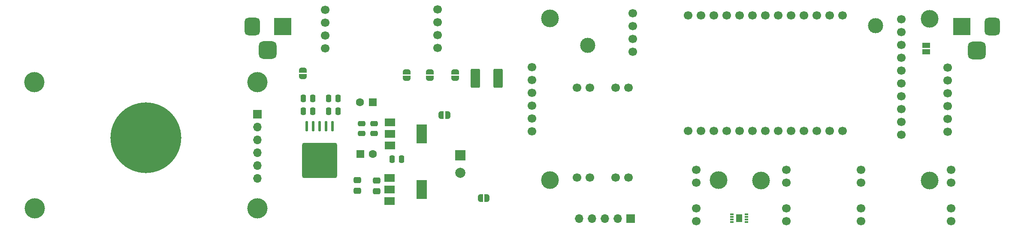
<source format=gbr>
%TF.GenerationSoftware,KiCad,Pcbnew,7.0.8-7.0.8~ubuntu20.04.1*%
%TF.CreationDate,2023-10-29T15:28:37+01:00*%
%TF.ProjectId,Hardware_2,48617264-7761-4726-955f-322e6b696361,rev?*%
%TF.SameCoordinates,Original*%
%TF.FileFunction,Soldermask,Bot*%
%TF.FilePolarity,Negative*%
%FSLAX46Y46*%
G04 Gerber Fmt 4.6, Leading zero omitted, Abs format (unit mm)*
G04 Created by KiCad (PCBNEW 7.0.8-7.0.8~ubuntu20.04.1) date 2023-10-29 15:28:37*
%MOMM*%
%LPD*%
G01*
G04 APERTURE LIST*
G04 Aperture macros list*
%AMRoundRect*
0 Rectangle with rounded corners*
0 $1 Rounding radius*
0 $2 $3 $4 $5 $6 $7 $8 $9 X,Y pos of 4 corners*
0 Add a 4 corners polygon primitive as box body*
4,1,4,$2,$3,$4,$5,$6,$7,$8,$9,$2,$3,0*
0 Add four circle primitives for the rounded corners*
1,1,$1+$1,$2,$3*
1,1,$1+$1,$4,$5*
1,1,$1+$1,$6,$7*
1,1,$1+$1,$8,$9*
0 Add four rect primitives between the rounded corners*
20,1,$1+$1,$2,$3,$4,$5,0*
20,1,$1+$1,$4,$5,$6,$7,0*
20,1,$1+$1,$6,$7,$8,$9,0*
20,1,$1+$1,$8,$9,$2,$3,0*%
%AMFreePoly0*
4,1,19,0.500000,-0.750000,0.000000,-0.750000,0.000000,-0.744911,-0.071157,-0.744911,-0.207708,-0.704816,-0.327430,-0.627875,-0.420627,-0.520320,-0.479746,-0.390866,-0.500000,-0.250000,-0.500000,0.250000,-0.479746,0.390866,-0.420627,0.520320,-0.327430,0.627875,-0.207708,0.704816,-0.071157,0.744911,0.000000,0.744911,0.000000,0.750000,0.500000,0.750000,0.500000,-0.750000,0.500000,-0.750000,
$1*%
%AMFreePoly1*
4,1,19,0.000000,0.744911,0.071157,0.744911,0.207708,0.704816,0.327430,0.627875,0.420627,0.520320,0.479746,0.390866,0.500000,0.250000,0.500000,-0.250000,0.479746,-0.390866,0.420627,-0.520320,0.327430,-0.627875,0.207708,-0.704816,0.071157,-0.744911,0.000000,-0.744911,0.000000,-0.750000,-0.500000,-0.750000,-0.500000,0.750000,0.000000,0.750000,0.000000,0.744911,0.000000,0.744911,
$1*%
G04 Aperture macros list end*
%ADD10R,0.750000X0.300000*%
%ADD11R,1.300000X1.500000*%
%ADD12C,3.500000*%
%ADD13C,1.700000*%
%ADD14C,3.000000*%
%ADD15RoundRect,0.250000X-0.475000X0.337500X-0.475000X-0.337500X0.475000X-0.337500X0.475000X0.337500X0*%
%ADD16C,4.000000*%
%ADD17C,14.000000*%
%ADD18RoundRect,0.875000X-0.875000X-0.875000X0.875000X-0.875000X0.875000X0.875000X-0.875000X0.875000X0*%
%ADD19RoundRect,0.750000X-0.750000X-1.000000X0.750000X-1.000000X0.750000X1.000000X-0.750000X1.000000X0*%
%ADD20R,3.500000X3.500000*%
%ADD21R,1.700000X1.700000*%
%ADD22O,1.700000X1.700000*%
%ADD23RoundRect,0.250000X-0.475000X0.250000X-0.475000X-0.250000X0.475000X-0.250000X0.475000X0.250000X0*%
%ADD24FreePoly0,270.000000*%
%ADD25FreePoly1,270.000000*%
%ADD26RoundRect,0.750000X0.750000X1.000000X-0.750000X1.000000X-0.750000X-1.000000X0.750000X-1.000000X0*%
%ADD27RoundRect,0.875000X0.875000X0.875000X-0.875000X0.875000X-0.875000X-0.875000X0.875000X-0.875000X0*%
%ADD28RoundRect,0.250000X0.250000X0.475000X-0.250000X0.475000X-0.250000X-0.475000X0.250000X-0.475000X0*%
%ADD29R,1.600000X1.600000*%
%ADD30C,1.600000*%
%ADD31RoundRect,0.250000X-0.675000X-1.625000X0.675000X-1.625000X0.675000X1.625000X-0.675000X1.625000X0*%
%ADD32RoundRect,0.125000X0.125000X0.875000X-0.125000X0.875000X-0.125000X-0.875000X0.125000X-0.875000X0*%
%ADD33RoundRect,0.500000X3.000000X3.000000X-3.000000X3.000000X-3.000000X-3.000000X3.000000X-3.000000X0*%
%ADD34R,2.000000X2.000000*%
%ADD35C,2.000000*%
%ADD36R,2.000000X1.500000*%
%ADD37R,2.000000X3.800000*%
%ADD38RoundRect,0.250000X-0.250000X-0.475000X0.250000X-0.475000X0.250000X0.475000X-0.250000X0.475000X0*%
%ADD39R,1.500000X1.000000*%
%ADD40FreePoly0,0.000000*%
%ADD41FreePoly1,0.000000*%
G04 APERTURE END LIST*
D10*
%TO.C,U14*%
X165525000Y-63175000D03*
X165525000Y-63675000D03*
X165525000Y-64175000D03*
X165525000Y-64675000D03*
X162625000Y-64675000D03*
X162625000Y-64175000D03*
X162625000Y-63675000D03*
X162625000Y-63175000D03*
D11*
X164075000Y-63925000D03*
%TD*%
D12*
%TO.C,AFE2*%
X160030000Y-56452000D03*
X126756000Y-56452000D03*
X126756000Y-24448000D03*
D13*
X123200000Y-46800000D03*
X123200000Y-44260000D03*
X123200000Y-41720000D03*
X123200000Y-39180000D03*
X123200000Y-36640000D03*
X123200000Y-34100000D03*
%TD*%
%TO.C,U2*%
X132055000Y-55890000D03*
X134595000Y-55890000D03*
X139675000Y-55890000D03*
X142215000Y-55890000D03*
X142215000Y-38110000D03*
X139675000Y-38110000D03*
X134595000Y-38110000D03*
X132055000Y-38110000D03*
%TD*%
%TO.C,U1*%
X184480000Y-23840000D03*
X181940000Y-23840000D03*
X179400000Y-23840000D03*
X176860000Y-23840000D03*
X174320000Y-23840000D03*
X171780000Y-23840000D03*
X169240000Y-23840000D03*
X166700000Y-23840000D03*
X164160000Y-23840000D03*
X161620000Y-23840000D03*
X159080000Y-23840000D03*
X156540000Y-23840000D03*
X154000000Y-23840000D03*
X154000000Y-46700000D03*
X156540000Y-46700000D03*
X159080000Y-46700000D03*
X161620000Y-46700000D03*
X164160000Y-46700000D03*
X166700000Y-46700000D03*
X169240000Y-46700000D03*
X171780000Y-46700000D03*
X174320000Y-46700000D03*
X176860000Y-46700000D03*
X179400000Y-46700000D03*
X181940000Y-46700000D03*
X184480000Y-46700000D03*
%TD*%
D12*
%TO.C,AFE1*%
X201624000Y-24498000D03*
X168350000Y-56502000D03*
X201624000Y-56502000D03*
D13*
X205180000Y-34150000D03*
X205180000Y-36690000D03*
X205180000Y-39230000D03*
X205180000Y-41770000D03*
X205180000Y-44310000D03*
X205180000Y-46850000D03*
%TD*%
D14*
%TO.C,U3*%
X190960000Y-25840000D03*
D13*
X196040000Y-24570000D03*
X196040000Y-27110000D03*
X196040000Y-29650000D03*
X196040000Y-32190000D03*
X196040000Y-34730000D03*
X196040000Y-37270000D03*
X196040000Y-39810000D03*
X196040000Y-42350000D03*
X196040000Y-44890000D03*
X196040000Y-47430000D03*
%TD*%
%TO.C,U5*%
X143080000Y-23380000D03*
X143080000Y-25920000D03*
X143080000Y-28460000D03*
X143080000Y-31000000D03*
D14*
X134190000Y-29730000D03*
%TD*%
D13*
%TO.C,U6*%
X104510000Y-30283000D03*
X104510000Y-27743000D03*
X104510000Y-25203000D03*
X104510000Y-22663000D03*
%TD*%
%TO.C,U11*%
X82356000Y-30314000D03*
X82356000Y-27774000D03*
X82356000Y-25234000D03*
X82356000Y-22694000D03*
%TD*%
D15*
%TO.C,C13*%
X92500000Y-56500000D03*
X92500000Y-58575000D03*
%TD*%
D16*
%TO.C,U9*%
X25000000Y-37000000D03*
X25008000Y-61978000D03*
D17*
X47000000Y-48000000D03*
D16*
X69000000Y-62000000D03*
X69000000Y-37000000D03*
%TD*%
D13*
%TO.C,U12*%
X205890000Y-64545000D03*
X205890000Y-62005000D03*
X205890000Y-56925000D03*
X205890000Y-54385000D03*
X188110000Y-54385000D03*
X188110000Y-56925000D03*
X188110000Y-62005000D03*
X188110000Y-64545000D03*
%TD*%
%TO.C,U10*%
X173390000Y-64545000D03*
X173390000Y-62005000D03*
X173390000Y-56925000D03*
X173390000Y-54385000D03*
X155610000Y-54385000D03*
X155610000Y-56925000D03*
X155610000Y-62005000D03*
X155610000Y-64545000D03*
%TD*%
D18*
%TO.C,J4*%
X71000000Y-30700000D03*
D19*
X68000000Y-26000000D03*
D20*
X74000000Y-26000000D03*
%TD*%
D21*
%TO.C,J1*%
X142620000Y-64000000D03*
D22*
X140080000Y-64000000D03*
X137540000Y-64000000D03*
X135000000Y-64000000D03*
X132460000Y-64000000D03*
%TD*%
D23*
%TO.C,C5*%
X92050000Y-45250000D03*
X92050000Y-47150000D03*
%TD*%
D24*
%TO.C,JP12*%
X78000000Y-34650000D03*
D25*
X78000000Y-35950000D03*
%TD*%
D24*
%TO.C,JP1*%
X103000000Y-34950000D03*
D25*
X103000000Y-36250000D03*
%TD*%
D20*
%TO.C,J3*%
X208000000Y-26042500D03*
D26*
X214000000Y-26042500D03*
D27*
X211000000Y-30742500D03*
%TD*%
D28*
%TO.C,C4*%
X97450000Y-52250000D03*
X95550000Y-52250000D03*
%TD*%
D29*
%TO.C,C3*%
X91755112Y-41000000D03*
D30*
X89255112Y-41000000D03*
%TD*%
D28*
%TO.C,C11*%
X84900000Y-40250000D03*
X83000000Y-40250000D03*
%TD*%
D31*
%TO.C,D1*%
X111975000Y-36250000D03*
X116525000Y-36250000D03*
%TD*%
D32*
%TO.C,U13*%
X78710000Y-45769000D03*
X79980000Y-45769000D03*
X81246666Y-45780111D03*
X82520000Y-45780111D03*
X83790000Y-45769000D03*
D33*
X81250000Y-52500000D03*
%TD*%
D28*
%TO.C,C12*%
X84900000Y-42750000D03*
X83000000Y-42750000D03*
%TD*%
D29*
%TO.C,C8*%
X89300000Y-51250000D03*
D30*
X91800000Y-51250000D03*
%TD*%
D15*
%TO.C,C6*%
X88750000Y-56425000D03*
X88750000Y-58500000D03*
%TD*%
D34*
%TO.C,C14*%
X109000000Y-51500000D03*
D35*
X109000000Y-55000000D03*
%TD*%
D36*
%TO.C,U7*%
X95150000Y-49550000D03*
X95150000Y-47250000D03*
X95150000Y-44950000D03*
D37*
X101450000Y-47250000D03*
%TD*%
D21*
%TO.C,J2*%
X69000000Y-43380000D03*
D22*
X69000000Y-45920000D03*
X69000000Y-48460000D03*
X69000000Y-51000000D03*
X69000000Y-53540000D03*
X69000000Y-56080000D03*
%TD*%
D36*
%TO.C,U8*%
X95100000Y-60550000D03*
X95100000Y-58250000D03*
X95100000Y-55950000D03*
D37*
X101400000Y-58250000D03*
%TD*%
D24*
%TO.C,JP2*%
X108000000Y-35000000D03*
D25*
X108000000Y-36300000D03*
%TD*%
D23*
%TO.C,C7*%
X89550000Y-45250000D03*
X89550000Y-47150000D03*
%TD*%
D38*
%TO.C,C9*%
X79950000Y-40250000D03*
X78050000Y-40250000D03*
%TD*%
D39*
%TO.C,JP5*%
X201000000Y-31000000D03*
X201000000Y-29700000D03*
%TD*%
D40*
%TO.C,JP4*%
X105250000Y-43500000D03*
D41*
X106550000Y-43500000D03*
%TD*%
D38*
%TO.C,C10*%
X78050000Y-42750000D03*
X79950000Y-42750000D03*
%TD*%
D24*
%TO.C,JP13*%
X98475000Y-34950000D03*
D25*
X98475000Y-36250000D03*
%TD*%
D40*
%TO.C,JP3*%
X113000000Y-60000000D03*
D41*
X114300000Y-60000000D03*
%TD*%
M02*

</source>
